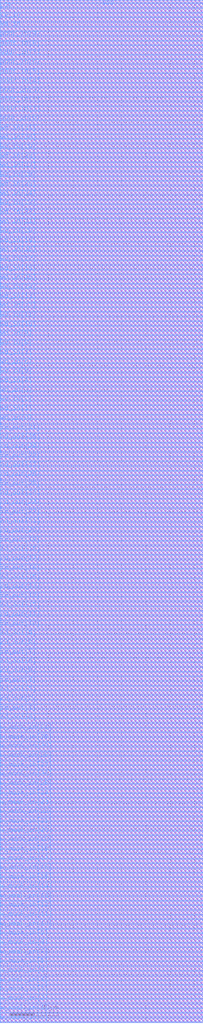
<source format=lef>
# Generated by FakeRAM 2.0
VERSION 5.7 ;
BUSBITCHARS "[]" ;
PROPERTYDEFINITIONS
  MACRO width INTEGER ;
  MACRO depth INTEGER ;
  MACRO banks INTEGER ;
END PROPERTYDEFINITIONS
MACRO fakeram7_sp_1024x32
  PROPERTY width 32 ;
  PROPERTY depth 1024 ;
  PROPERTY banks 4 ;
  FOREIGN fakeram7_sp_1024x32 0 0 ;
  SYMMETRY X Y ;
  SIZE 16.720 BY 84.000 ;
  CLASS BLOCK ;
  PIN w_mask_in[0]
    DIRECTION INPUT ;
    USE SIGNAL ;
    SHAPE ABUTMENT ;
    PORT
      LAYER M4 ;
      RECT 0.000 0.048 0.024 0.072 ;
    END
  END w_mask_in[0]
  PIN w_mask_in[1]
    DIRECTION INPUT ;
    USE SIGNAL ;
    SHAPE ABUTMENT ;
    PORT
      LAYER M4 ;
      RECT 0.000 0.816 0.024 0.840 ;
    END
  END w_mask_in[1]
  PIN w_mask_in[2]
    DIRECTION INPUT ;
    USE SIGNAL ;
    SHAPE ABUTMENT ;
    PORT
      LAYER M4 ;
      RECT 0.000 1.584 0.024 1.608 ;
    END
  END w_mask_in[2]
  PIN w_mask_in[3]
    DIRECTION INPUT ;
    USE SIGNAL ;
    SHAPE ABUTMENT ;
    PORT
      LAYER M4 ;
      RECT 0.000 2.352 0.024 2.376 ;
    END
  END w_mask_in[3]
  PIN w_mask_in[4]
    DIRECTION INPUT ;
    USE SIGNAL ;
    SHAPE ABUTMENT ;
    PORT
      LAYER M4 ;
      RECT 0.000 3.120 0.024 3.144 ;
    END
  END w_mask_in[4]
  PIN w_mask_in[5]
    DIRECTION INPUT ;
    USE SIGNAL ;
    SHAPE ABUTMENT ;
    PORT
      LAYER M4 ;
      RECT 0.000 3.888 0.024 3.912 ;
    END
  END w_mask_in[5]
  PIN w_mask_in[6]
    DIRECTION INPUT ;
    USE SIGNAL ;
    SHAPE ABUTMENT ;
    PORT
      LAYER M4 ;
      RECT 0.000 4.656 0.024 4.680 ;
    END
  END w_mask_in[6]
  PIN w_mask_in[7]
    DIRECTION INPUT ;
    USE SIGNAL ;
    SHAPE ABUTMENT ;
    PORT
      LAYER M4 ;
      RECT 0.000 5.424 0.024 5.448 ;
    END
  END w_mask_in[7]
  PIN w_mask_in[8]
    DIRECTION INPUT ;
    USE SIGNAL ;
    SHAPE ABUTMENT ;
    PORT
      LAYER M4 ;
      RECT 0.000 6.192 0.024 6.216 ;
    END
  END w_mask_in[8]
  PIN w_mask_in[9]
    DIRECTION INPUT ;
    USE SIGNAL ;
    SHAPE ABUTMENT ;
    PORT
      LAYER M4 ;
      RECT 0.000 6.960 0.024 6.984 ;
    END
  END w_mask_in[9]
  PIN w_mask_in[10]
    DIRECTION INPUT ;
    USE SIGNAL ;
    SHAPE ABUTMENT ;
    PORT
      LAYER M4 ;
      RECT 0.000 7.728 0.024 7.752 ;
    END
  END w_mask_in[10]
  PIN w_mask_in[11]
    DIRECTION INPUT ;
    USE SIGNAL ;
    SHAPE ABUTMENT ;
    PORT
      LAYER M4 ;
      RECT 0.000 8.496 0.024 8.520 ;
    END
  END w_mask_in[11]
  PIN w_mask_in[12]
    DIRECTION INPUT ;
    USE SIGNAL ;
    SHAPE ABUTMENT ;
    PORT
      LAYER M4 ;
      RECT 0.000 9.264 0.024 9.288 ;
    END
  END w_mask_in[12]
  PIN w_mask_in[13]
    DIRECTION INPUT ;
    USE SIGNAL ;
    SHAPE ABUTMENT ;
    PORT
      LAYER M4 ;
      RECT 0.000 10.032 0.024 10.056 ;
    END
  END w_mask_in[13]
  PIN w_mask_in[14]
    DIRECTION INPUT ;
    USE SIGNAL ;
    SHAPE ABUTMENT ;
    PORT
      LAYER M4 ;
      RECT 0.000 10.800 0.024 10.824 ;
    END
  END w_mask_in[14]
  PIN w_mask_in[15]
    DIRECTION INPUT ;
    USE SIGNAL ;
    SHAPE ABUTMENT ;
    PORT
      LAYER M4 ;
      RECT 0.000 11.568 0.024 11.592 ;
    END
  END w_mask_in[15]
  PIN w_mask_in[16]
    DIRECTION INPUT ;
    USE SIGNAL ;
    SHAPE ABUTMENT ;
    PORT
      LAYER M4 ;
      RECT 0.000 12.336 0.024 12.360 ;
    END
  END w_mask_in[16]
  PIN w_mask_in[17]
    DIRECTION INPUT ;
    USE SIGNAL ;
    SHAPE ABUTMENT ;
    PORT
      LAYER M4 ;
      RECT 0.000 13.104 0.024 13.128 ;
    END
  END w_mask_in[17]
  PIN w_mask_in[18]
    DIRECTION INPUT ;
    USE SIGNAL ;
    SHAPE ABUTMENT ;
    PORT
      LAYER M4 ;
      RECT 0.000 13.872 0.024 13.896 ;
    END
  END w_mask_in[18]
  PIN w_mask_in[19]
    DIRECTION INPUT ;
    USE SIGNAL ;
    SHAPE ABUTMENT ;
    PORT
      LAYER M4 ;
      RECT 0.000 14.640 0.024 14.664 ;
    END
  END w_mask_in[19]
  PIN w_mask_in[20]
    DIRECTION INPUT ;
    USE SIGNAL ;
    SHAPE ABUTMENT ;
    PORT
      LAYER M4 ;
      RECT 0.000 15.408 0.024 15.432 ;
    END
  END w_mask_in[20]
  PIN w_mask_in[21]
    DIRECTION INPUT ;
    USE SIGNAL ;
    SHAPE ABUTMENT ;
    PORT
      LAYER M4 ;
      RECT 0.000 16.176 0.024 16.200 ;
    END
  END w_mask_in[21]
  PIN w_mask_in[22]
    DIRECTION INPUT ;
    USE SIGNAL ;
    SHAPE ABUTMENT ;
    PORT
      LAYER M4 ;
      RECT 0.000 16.944 0.024 16.968 ;
    END
  END w_mask_in[22]
  PIN w_mask_in[23]
    DIRECTION INPUT ;
    USE SIGNAL ;
    SHAPE ABUTMENT ;
    PORT
      LAYER M4 ;
      RECT 0.000 17.712 0.024 17.736 ;
    END
  END w_mask_in[23]
  PIN w_mask_in[24]
    DIRECTION INPUT ;
    USE SIGNAL ;
    SHAPE ABUTMENT ;
    PORT
      LAYER M4 ;
      RECT 0.000 18.480 0.024 18.504 ;
    END
  END w_mask_in[24]
  PIN w_mask_in[25]
    DIRECTION INPUT ;
    USE SIGNAL ;
    SHAPE ABUTMENT ;
    PORT
      LAYER M4 ;
      RECT 0.000 19.248 0.024 19.272 ;
    END
  END w_mask_in[25]
  PIN w_mask_in[26]
    DIRECTION INPUT ;
    USE SIGNAL ;
    SHAPE ABUTMENT ;
    PORT
      LAYER M4 ;
      RECT 0.000 20.016 0.024 20.040 ;
    END
  END w_mask_in[26]
  PIN w_mask_in[27]
    DIRECTION INPUT ;
    USE SIGNAL ;
    SHAPE ABUTMENT ;
    PORT
      LAYER M4 ;
      RECT 0.000 20.784 0.024 20.808 ;
    END
  END w_mask_in[27]
  PIN w_mask_in[28]
    DIRECTION INPUT ;
    USE SIGNAL ;
    SHAPE ABUTMENT ;
    PORT
      LAYER M4 ;
      RECT 0.000 21.552 0.024 21.576 ;
    END
  END w_mask_in[28]
  PIN w_mask_in[29]
    DIRECTION INPUT ;
    USE SIGNAL ;
    SHAPE ABUTMENT ;
    PORT
      LAYER M4 ;
      RECT 0.000 22.320 0.024 22.344 ;
    END
  END w_mask_in[29]
  PIN w_mask_in[30]
    DIRECTION INPUT ;
    USE SIGNAL ;
    SHAPE ABUTMENT ;
    PORT
      LAYER M4 ;
      RECT 0.000 23.088 0.024 23.112 ;
    END
  END w_mask_in[30]
  PIN w_mask_in[31]
    DIRECTION INPUT ;
    USE SIGNAL ;
    SHAPE ABUTMENT ;
    PORT
      LAYER M4 ;
      RECT 0.000 23.856 0.024 23.880 ;
    END
  END w_mask_in[31]
  PIN rd_out[0]
    DIRECTION OUTPUT ;
    USE SIGNAL ;
    SHAPE ABUTMENT ;
    PORT
      LAYER M4 ;
      RECT 0.000 24.672 0.024 24.696 ;
    END
  END rd_out[0]
  PIN rd_out[1]
    DIRECTION OUTPUT ;
    USE SIGNAL ;
    SHAPE ABUTMENT ;
    PORT
      LAYER M4 ;
      RECT 0.000 25.440 0.024 25.464 ;
    END
  END rd_out[1]
  PIN rd_out[2]
    DIRECTION OUTPUT ;
    USE SIGNAL ;
    SHAPE ABUTMENT ;
    PORT
      LAYER M4 ;
      RECT 0.000 26.208 0.024 26.232 ;
    END
  END rd_out[2]
  PIN rd_out[3]
    DIRECTION OUTPUT ;
    USE SIGNAL ;
    SHAPE ABUTMENT ;
    PORT
      LAYER M4 ;
      RECT 0.000 26.976 0.024 27.000 ;
    END
  END rd_out[3]
  PIN rd_out[4]
    DIRECTION OUTPUT ;
    USE SIGNAL ;
    SHAPE ABUTMENT ;
    PORT
      LAYER M4 ;
      RECT 0.000 27.744 0.024 27.768 ;
    END
  END rd_out[4]
  PIN rd_out[5]
    DIRECTION OUTPUT ;
    USE SIGNAL ;
    SHAPE ABUTMENT ;
    PORT
      LAYER M4 ;
      RECT 0.000 28.512 0.024 28.536 ;
    END
  END rd_out[5]
  PIN rd_out[6]
    DIRECTION OUTPUT ;
    USE SIGNAL ;
    SHAPE ABUTMENT ;
    PORT
      LAYER M4 ;
      RECT 0.000 29.280 0.024 29.304 ;
    END
  END rd_out[6]
  PIN rd_out[7]
    DIRECTION OUTPUT ;
    USE SIGNAL ;
    SHAPE ABUTMENT ;
    PORT
      LAYER M4 ;
      RECT 0.000 30.048 0.024 30.072 ;
    END
  END rd_out[7]
  PIN rd_out[8]
    DIRECTION OUTPUT ;
    USE SIGNAL ;
    SHAPE ABUTMENT ;
    PORT
      LAYER M4 ;
      RECT 0.000 30.816 0.024 30.840 ;
    END
  END rd_out[8]
  PIN rd_out[9]
    DIRECTION OUTPUT ;
    USE SIGNAL ;
    SHAPE ABUTMENT ;
    PORT
      LAYER M4 ;
      RECT 0.000 31.584 0.024 31.608 ;
    END
  END rd_out[9]
  PIN rd_out[10]
    DIRECTION OUTPUT ;
    USE SIGNAL ;
    SHAPE ABUTMENT ;
    PORT
      LAYER M4 ;
      RECT 0.000 32.352 0.024 32.376 ;
    END
  END rd_out[10]
  PIN rd_out[11]
    DIRECTION OUTPUT ;
    USE SIGNAL ;
    SHAPE ABUTMENT ;
    PORT
      LAYER M4 ;
      RECT 0.000 33.120 0.024 33.144 ;
    END
  END rd_out[11]
  PIN rd_out[12]
    DIRECTION OUTPUT ;
    USE SIGNAL ;
    SHAPE ABUTMENT ;
    PORT
      LAYER M4 ;
      RECT 0.000 33.888 0.024 33.912 ;
    END
  END rd_out[12]
  PIN rd_out[13]
    DIRECTION OUTPUT ;
    USE SIGNAL ;
    SHAPE ABUTMENT ;
    PORT
      LAYER M4 ;
      RECT 0.000 34.656 0.024 34.680 ;
    END
  END rd_out[13]
  PIN rd_out[14]
    DIRECTION OUTPUT ;
    USE SIGNAL ;
    SHAPE ABUTMENT ;
    PORT
      LAYER M4 ;
      RECT 0.000 35.424 0.024 35.448 ;
    END
  END rd_out[14]
  PIN rd_out[15]
    DIRECTION OUTPUT ;
    USE SIGNAL ;
    SHAPE ABUTMENT ;
    PORT
      LAYER M4 ;
      RECT 0.000 36.192 0.024 36.216 ;
    END
  END rd_out[15]
  PIN rd_out[16]
    DIRECTION OUTPUT ;
    USE SIGNAL ;
    SHAPE ABUTMENT ;
    PORT
      LAYER M4 ;
      RECT 0.000 36.960 0.024 36.984 ;
    END
  END rd_out[16]
  PIN rd_out[17]
    DIRECTION OUTPUT ;
    USE SIGNAL ;
    SHAPE ABUTMENT ;
    PORT
      LAYER M4 ;
      RECT 0.000 37.728 0.024 37.752 ;
    END
  END rd_out[17]
  PIN rd_out[18]
    DIRECTION OUTPUT ;
    USE SIGNAL ;
    SHAPE ABUTMENT ;
    PORT
      LAYER M4 ;
      RECT 0.000 38.496 0.024 38.520 ;
    END
  END rd_out[18]
  PIN rd_out[19]
    DIRECTION OUTPUT ;
    USE SIGNAL ;
    SHAPE ABUTMENT ;
    PORT
      LAYER M4 ;
      RECT 0.000 39.264 0.024 39.288 ;
    END
  END rd_out[19]
  PIN rd_out[20]
    DIRECTION OUTPUT ;
    USE SIGNAL ;
    SHAPE ABUTMENT ;
    PORT
      LAYER M4 ;
      RECT 0.000 40.032 0.024 40.056 ;
    END
  END rd_out[20]
  PIN rd_out[21]
    DIRECTION OUTPUT ;
    USE SIGNAL ;
    SHAPE ABUTMENT ;
    PORT
      LAYER M4 ;
      RECT 0.000 40.800 0.024 40.824 ;
    END
  END rd_out[21]
  PIN rd_out[22]
    DIRECTION OUTPUT ;
    USE SIGNAL ;
    SHAPE ABUTMENT ;
    PORT
      LAYER M4 ;
      RECT 0.000 41.568 0.024 41.592 ;
    END
  END rd_out[22]
  PIN rd_out[23]
    DIRECTION OUTPUT ;
    USE SIGNAL ;
    SHAPE ABUTMENT ;
    PORT
      LAYER M4 ;
      RECT 0.000 42.336 0.024 42.360 ;
    END
  END rd_out[23]
  PIN rd_out[24]
    DIRECTION OUTPUT ;
    USE SIGNAL ;
    SHAPE ABUTMENT ;
    PORT
      LAYER M4 ;
      RECT 0.000 43.104 0.024 43.128 ;
    END
  END rd_out[24]
  PIN rd_out[25]
    DIRECTION OUTPUT ;
    USE SIGNAL ;
    SHAPE ABUTMENT ;
    PORT
      LAYER M4 ;
      RECT 0.000 43.872 0.024 43.896 ;
    END
  END rd_out[25]
  PIN rd_out[26]
    DIRECTION OUTPUT ;
    USE SIGNAL ;
    SHAPE ABUTMENT ;
    PORT
      LAYER M4 ;
      RECT 0.000 44.640 0.024 44.664 ;
    END
  END rd_out[26]
  PIN rd_out[27]
    DIRECTION OUTPUT ;
    USE SIGNAL ;
    SHAPE ABUTMENT ;
    PORT
      LAYER M4 ;
      RECT 0.000 45.408 0.024 45.432 ;
    END
  END rd_out[27]
  PIN rd_out[28]
    DIRECTION OUTPUT ;
    USE SIGNAL ;
    SHAPE ABUTMENT ;
    PORT
      LAYER M4 ;
      RECT 0.000 46.176 0.024 46.200 ;
    END
  END rd_out[28]
  PIN rd_out[29]
    DIRECTION OUTPUT ;
    USE SIGNAL ;
    SHAPE ABUTMENT ;
    PORT
      LAYER M4 ;
      RECT 0.000 46.944 0.024 46.968 ;
    END
  END rd_out[29]
  PIN rd_out[30]
    DIRECTION OUTPUT ;
    USE SIGNAL ;
    SHAPE ABUTMENT ;
    PORT
      LAYER M4 ;
      RECT 0.000 47.712 0.024 47.736 ;
    END
  END rd_out[30]
  PIN rd_out[31]
    DIRECTION OUTPUT ;
    USE SIGNAL ;
    SHAPE ABUTMENT ;
    PORT
      LAYER M4 ;
      RECT 0.000 48.480 0.024 48.504 ;
    END
  END rd_out[31]
  PIN wd_in[0]
    DIRECTION INPUT ;
    USE SIGNAL ;
    SHAPE ABUTMENT ;
    PORT
      LAYER M4 ;
      RECT 0.000 49.296 0.024 49.320 ;
    END
  END wd_in[0]
  PIN wd_in[1]
    DIRECTION INPUT ;
    USE SIGNAL ;
    SHAPE ABUTMENT ;
    PORT
      LAYER M4 ;
      RECT 0.000 50.064 0.024 50.088 ;
    END
  END wd_in[1]
  PIN wd_in[2]
    DIRECTION INPUT ;
    USE SIGNAL ;
    SHAPE ABUTMENT ;
    PORT
      LAYER M4 ;
      RECT 0.000 50.832 0.024 50.856 ;
    END
  END wd_in[2]
  PIN wd_in[3]
    DIRECTION INPUT ;
    USE SIGNAL ;
    SHAPE ABUTMENT ;
    PORT
      LAYER M4 ;
      RECT 0.000 51.600 0.024 51.624 ;
    END
  END wd_in[3]
  PIN wd_in[4]
    DIRECTION INPUT ;
    USE SIGNAL ;
    SHAPE ABUTMENT ;
    PORT
      LAYER M4 ;
      RECT 0.000 52.368 0.024 52.392 ;
    END
  END wd_in[4]
  PIN wd_in[5]
    DIRECTION INPUT ;
    USE SIGNAL ;
    SHAPE ABUTMENT ;
    PORT
      LAYER M4 ;
      RECT 0.000 53.136 0.024 53.160 ;
    END
  END wd_in[5]
  PIN wd_in[6]
    DIRECTION INPUT ;
    USE SIGNAL ;
    SHAPE ABUTMENT ;
    PORT
      LAYER M4 ;
      RECT 0.000 53.904 0.024 53.928 ;
    END
  END wd_in[6]
  PIN wd_in[7]
    DIRECTION INPUT ;
    USE SIGNAL ;
    SHAPE ABUTMENT ;
    PORT
      LAYER M4 ;
      RECT 0.000 54.672 0.024 54.696 ;
    END
  END wd_in[7]
  PIN wd_in[8]
    DIRECTION INPUT ;
    USE SIGNAL ;
    SHAPE ABUTMENT ;
    PORT
      LAYER M4 ;
      RECT 0.000 55.440 0.024 55.464 ;
    END
  END wd_in[8]
  PIN wd_in[9]
    DIRECTION INPUT ;
    USE SIGNAL ;
    SHAPE ABUTMENT ;
    PORT
      LAYER M4 ;
      RECT 0.000 56.208 0.024 56.232 ;
    END
  END wd_in[9]
  PIN wd_in[10]
    DIRECTION INPUT ;
    USE SIGNAL ;
    SHAPE ABUTMENT ;
    PORT
      LAYER M4 ;
      RECT 0.000 56.976 0.024 57.000 ;
    END
  END wd_in[10]
  PIN wd_in[11]
    DIRECTION INPUT ;
    USE SIGNAL ;
    SHAPE ABUTMENT ;
    PORT
      LAYER M4 ;
      RECT 0.000 57.744 0.024 57.768 ;
    END
  END wd_in[11]
  PIN wd_in[12]
    DIRECTION INPUT ;
    USE SIGNAL ;
    SHAPE ABUTMENT ;
    PORT
      LAYER M4 ;
      RECT 0.000 58.512 0.024 58.536 ;
    END
  END wd_in[12]
  PIN wd_in[13]
    DIRECTION INPUT ;
    USE SIGNAL ;
    SHAPE ABUTMENT ;
    PORT
      LAYER M4 ;
      RECT 0.000 59.280 0.024 59.304 ;
    END
  END wd_in[13]
  PIN wd_in[14]
    DIRECTION INPUT ;
    USE SIGNAL ;
    SHAPE ABUTMENT ;
    PORT
      LAYER M4 ;
      RECT 0.000 60.048 0.024 60.072 ;
    END
  END wd_in[14]
  PIN wd_in[15]
    DIRECTION INPUT ;
    USE SIGNAL ;
    SHAPE ABUTMENT ;
    PORT
      LAYER M4 ;
      RECT 0.000 60.816 0.024 60.840 ;
    END
  END wd_in[15]
  PIN wd_in[16]
    DIRECTION INPUT ;
    USE SIGNAL ;
    SHAPE ABUTMENT ;
    PORT
      LAYER M4 ;
      RECT 0.000 61.584 0.024 61.608 ;
    END
  END wd_in[16]
  PIN wd_in[17]
    DIRECTION INPUT ;
    USE SIGNAL ;
    SHAPE ABUTMENT ;
    PORT
      LAYER M4 ;
      RECT 0.000 62.352 0.024 62.376 ;
    END
  END wd_in[17]
  PIN wd_in[18]
    DIRECTION INPUT ;
    USE SIGNAL ;
    SHAPE ABUTMENT ;
    PORT
      LAYER M4 ;
      RECT 0.000 63.120 0.024 63.144 ;
    END
  END wd_in[18]
  PIN wd_in[19]
    DIRECTION INPUT ;
    USE SIGNAL ;
    SHAPE ABUTMENT ;
    PORT
      LAYER M4 ;
      RECT 0.000 63.888 0.024 63.912 ;
    END
  END wd_in[19]
  PIN wd_in[20]
    DIRECTION INPUT ;
    USE SIGNAL ;
    SHAPE ABUTMENT ;
    PORT
      LAYER M4 ;
      RECT 0.000 64.656 0.024 64.680 ;
    END
  END wd_in[20]
  PIN wd_in[21]
    DIRECTION INPUT ;
    USE SIGNAL ;
    SHAPE ABUTMENT ;
    PORT
      LAYER M4 ;
      RECT 0.000 65.424 0.024 65.448 ;
    END
  END wd_in[21]
  PIN wd_in[22]
    DIRECTION INPUT ;
    USE SIGNAL ;
    SHAPE ABUTMENT ;
    PORT
      LAYER M4 ;
      RECT 0.000 66.192 0.024 66.216 ;
    END
  END wd_in[22]
  PIN wd_in[23]
    DIRECTION INPUT ;
    USE SIGNAL ;
    SHAPE ABUTMENT ;
    PORT
      LAYER M4 ;
      RECT 0.000 66.960 0.024 66.984 ;
    END
  END wd_in[23]
  PIN wd_in[24]
    DIRECTION INPUT ;
    USE SIGNAL ;
    SHAPE ABUTMENT ;
    PORT
      LAYER M4 ;
      RECT 0.000 67.728 0.024 67.752 ;
    END
  END wd_in[24]
  PIN wd_in[25]
    DIRECTION INPUT ;
    USE SIGNAL ;
    SHAPE ABUTMENT ;
    PORT
      LAYER M4 ;
      RECT 0.000 68.496 0.024 68.520 ;
    END
  END wd_in[25]
  PIN wd_in[26]
    DIRECTION INPUT ;
    USE SIGNAL ;
    SHAPE ABUTMENT ;
    PORT
      LAYER M4 ;
      RECT 0.000 69.264 0.024 69.288 ;
    END
  END wd_in[26]
  PIN wd_in[27]
    DIRECTION INPUT ;
    USE SIGNAL ;
    SHAPE ABUTMENT ;
    PORT
      LAYER M4 ;
      RECT 0.000 70.032 0.024 70.056 ;
    END
  END wd_in[27]
  PIN wd_in[28]
    DIRECTION INPUT ;
    USE SIGNAL ;
    SHAPE ABUTMENT ;
    PORT
      LAYER M4 ;
      RECT 0.000 70.800 0.024 70.824 ;
    END
  END wd_in[28]
  PIN wd_in[29]
    DIRECTION INPUT ;
    USE SIGNAL ;
    SHAPE ABUTMENT ;
    PORT
      LAYER M4 ;
      RECT 0.000 71.568 0.024 71.592 ;
    END
  END wd_in[29]
  PIN wd_in[30]
    DIRECTION INPUT ;
    USE SIGNAL ;
    SHAPE ABUTMENT ;
    PORT
      LAYER M4 ;
      RECT 0.000 72.336 0.024 72.360 ;
    END
  END wd_in[30]
  PIN wd_in[31]
    DIRECTION INPUT ;
    USE SIGNAL ;
    SHAPE ABUTMENT ;
    PORT
      LAYER M4 ;
      RECT 0.000 73.104 0.024 73.128 ;
    END
  END wd_in[31]
  PIN addr_in[0]
    DIRECTION INPUT ;
    USE SIGNAL ;
    SHAPE ABUTMENT ;
    PORT
      LAYER M4 ;
      RECT 0.000 73.920 0.024 73.944 ;
    END
  END addr_in[0]
  PIN addr_in[1]
    DIRECTION INPUT ;
    USE SIGNAL ;
    SHAPE ABUTMENT ;
    PORT
      LAYER M4 ;
      RECT 0.000 74.688 0.024 74.712 ;
    END
  END addr_in[1]
  PIN addr_in[2]
    DIRECTION INPUT ;
    USE SIGNAL ;
    SHAPE ABUTMENT ;
    PORT
      LAYER M4 ;
      RECT 0.000 75.456 0.024 75.480 ;
    END
  END addr_in[2]
  PIN addr_in[3]
    DIRECTION INPUT ;
    USE SIGNAL ;
    SHAPE ABUTMENT ;
    PORT
      LAYER M4 ;
      RECT 0.000 76.224 0.024 76.248 ;
    END
  END addr_in[3]
  PIN addr_in[4]
    DIRECTION INPUT ;
    USE SIGNAL ;
    SHAPE ABUTMENT ;
    PORT
      LAYER M4 ;
      RECT 0.000 76.992 0.024 77.016 ;
    END
  END addr_in[4]
  PIN addr_in[5]
    DIRECTION INPUT ;
    USE SIGNAL ;
    SHAPE ABUTMENT ;
    PORT
      LAYER M4 ;
      RECT 0.000 77.760 0.024 77.784 ;
    END
  END addr_in[5]
  PIN addr_in[6]
    DIRECTION INPUT ;
    USE SIGNAL ;
    SHAPE ABUTMENT ;
    PORT
      LAYER M4 ;
      RECT 0.000 78.528 0.024 78.552 ;
    END
  END addr_in[6]
  PIN addr_in[7]
    DIRECTION INPUT ;
    USE SIGNAL ;
    SHAPE ABUTMENT ;
    PORT
      LAYER M4 ;
      RECT 0.000 79.296 0.024 79.320 ;
    END
  END addr_in[7]
  PIN addr_in[8]
    DIRECTION INPUT ;
    USE SIGNAL ;
    SHAPE ABUTMENT ;
    PORT
      LAYER M4 ;
      RECT 0.000 80.064 0.024 80.088 ;
    END
  END addr_in[8]
  PIN addr_in[9]
    DIRECTION INPUT ;
    USE SIGNAL ;
    SHAPE ABUTMENT ;
    PORT
      LAYER M4 ;
      RECT 0.000 80.832 0.024 80.856 ;
    END
  END addr_in[9]
  PIN we_in
    DIRECTION INPUT ;
    USE SIGNAL ;
    SHAPE ABUTMENT ;
    PORT
      LAYER M4 ;
      RECT 0.000 81.648 0.024 81.672 ;
    END
  END we_in
  PIN ce_in
    DIRECTION INPUT ;
    USE SIGNAL ;
    SHAPE ABUTMENT ;
    PORT
      LAYER M4 ;
      RECT 0.000 82.416 0.024 82.440 ;
    END
  END ce_in
  PIN clk
    DIRECTION INPUT ;
    USE SIGNAL ;
    SHAPE ABUTMENT ;
    PORT
      LAYER M4 ;
      RECT 0.000 83.184 0.024 83.208 ;
    END
  END clk
  PIN VSS
    DIRECTION INOUT ;
    USE GROUND ;
    PORT
      LAYER M4 ;
      RECT 0.048 0.000 16.672 0.096 ;
      RECT 0.048 0.768 16.672 0.864 ;
      RECT 0.048 1.536 16.672 1.632 ;
      RECT 0.048 2.304 16.672 2.400 ;
      RECT 0.048 3.072 16.672 3.168 ;
      RECT 0.048 3.840 16.672 3.936 ;
      RECT 0.048 4.608 16.672 4.704 ;
      RECT 0.048 5.376 16.672 5.472 ;
      RECT 0.048 6.144 16.672 6.240 ;
      RECT 0.048 6.912 16.672 7.008 ;
      RECT 0.048 7.680 16.672 7.776 ;
      RECT 0.048 8.448 16.672 8.544 ;
      RECT 0.048 9.216 16.672 9.312 ;
      RECT 0.048 9.984 16.672 10.080 ;
      RECT 0.048 10.752 16.672 10.848 ;
      RECT 0.048 11.520 16.672 11.616 ;
      RECT 0.048 12.288 16.672 12.384 ;
      RECT 0.048 13.056 16.672 13.152 ;
      RECT 0.048 13.824 16.672 13.920 ;
      RECT 0.048 14.592 16.672 14.688 ;
      RECT 0.048 15.360 16.672 15.456 ;
      RECT 0.048 16.128 16.672 16.224 ;
      RECT 0.048 16.896 16.672 16.992 ;
      RECT 0.048 17.664 16.672 17.760 ;
      RECT 0.048 18.432 16.672 18.528 ;
      RECT 0.048 19.200 16.672 19.296 ;
      RECT 0.048 19.968 16.672 20.064 ;
      RECT 0.048 20.736 16.672 20.832 ;
      RECT 0.048 21.504 16.672 21.600 ;
      RECT 0.048 22.272 16.672 22.368 ;
      RECT 0.048 23.040 16.672 23.136 ;
      RECT 0.048 23.808 16.672 23.904 ;
      RECT 0.048 24.576 16.672 24.672 ;
      RECT 0.048 25.344 16.672 25.440 ;
      RECT 0.048 26.112 16.672 26.208 ;
      RECT 0.048 26.880 16.672 26.976 ;
      RECT 0.048 27.648 16.672 27.744 ;
      RECT 0.048 28.416 16.672 28.512 ;
      RECT 0.048 29.184 16.672 29.280 ;
      RECT 0.048 29.952 16.672 30.048 ;
      RECT 0.048 30.720 16.672 30.816 ;
      RECT 0.048 31.488 16.672 31.584 ;
      RECT 0.048 32.256 16.672 32.352 ;
      RECT 0.048 33.024 16.672 33.120 ;
      RECT 0.048 33.792 16.672 33.888 ;
      RECT 0.048 34.560 16.672 34.656 ;
      RECT 0.048 35.328 16.672 35.424 ;
      RECT 0.048 36.096 16.672 36.192 ;
      RECT 0.048 36.864 16.672 36.960 ;
      RECT 0.048 37.632 16.672 37.728 ;
      RECT 0.048 38.400 16.672 38.496 ;
      RECT 0.048 39.168 16.672 39.264 ;
      RECT 0.048 39.936 16.672 40.032 ;
      RECT 0.048 40.704 16.672 40.800 ;
      RECT 0.048 41.472 16.672 41.568 ;
      RECT 0.048 42.240 16.672 42.336 ;
      RECT 0.048 43.008 16.672 43.104 ;
      RECT 0.048 43.776 16.672 43.872 ;
      RECT 0.048 44.544 16.672 44.640 ;
      RECT 0.048 45.312 16.672 45.408 ;
      RECT 0.048 46.080 16.672 46.176 ;
      RECT 0.048 46.848 16.672 46.944 ;
      RECT 0.048 47.616 16.672 47.712 ;
      RECT 0.048 48.384 16.672 48.480 ;
      RECT 0.048 49.152 16.672 49.248 ;
      RECT 0.048 49.920 16.672 50.016 ;
      RECT 0.048 50.688 16.672 50.784 ;
      RECT 0.048 51.456 16.672 51.552 ;
      RECT 0.048 52.224 16.672 52.320 ;
      RECT 0.048 52.992 16.672 53.088 ;
      RECT 0.048 53.760 16.672 53.856 ;
      RECT 0.048 54.528 16.672 54.624 ;
      RECT 0.048 55.296 16.672 55.392 ;
      RECT 0.048 56.064 16.672 56.160 ;
      RECT 0.048 56.832 16.672 56.928 ;
      RECT 0.048 57.600 16.672 57.696 ;
      RECT 0.048 58.368 16.672 58.464 ;
      RECT 0.048 59.136 16.672 59.232 ;
      RECT 0.048 59.904 16.672 60.000 ;
      RECT 0.048 60.672 16.672 60.768 ;
      RECT 0.048 61.440 16.672 61.536 ;
      RECT 0.048 62.208 16.672 62.304 ;
      RECT 0.048 62.976 16.672 63.072 ;
      RECT 0.048 63.744 16.672 63.840 ;
      RECT 0.048 64.512 16.672 64.608 ;
      RECT 0.048 65.280 16.672 65.376 ;
      RECT 0.048 66.048 16.672 66.144 ;
      RECT 0.048 66.816 16.672 66.912 ;
      RECT 0.048 67.584 16.672 67.680 ;
      RECT 0.048 68.352 16.672 68.448 ;
      RECT 0.048 69.120 16.672 69.216 ;
      RECT 0.048 69.888 16.672 69.984 ;
      RECT 0.048 70.656 16.672 70.752 ;
      RECT 0.048 71.424 16.672 71.520 ;
      RECT 0.048 72.192 16.672 72.288 ;
      RECT 0.048 72.960 16.672 73.056 ;
      RECT 0.048 73.728 16.672 73.824 ;
      RECT 0.048 74.496 16.672 74.592 ;
      RECT 0.048 75.264 16.672 75.360 ;
      RECT 0.048 76.032 16.672 76.128 ;
      RECT 0.048 76.800 16.672 76.896 ;
      RECT 0.048 77.568 16.672 77.664 ;
      RECT 0.048 78.336 16.672 78.432 ;
      RECT 0.048 79.104 16.672 79.200 ;
      RECT 0.048 79.872 16.672 79.968 ;
      RECT 0.048 80.640 16.672 80.736 ;
      RECT 0.048 81.408 16.672 81.504 ;
      RECT 0.048 82.176 16.672 82.272 ;
      RECT 0.048 82.944 16.672 83.040 ;
      RECT 0.048 83.712 16.672 83.808 ;
    END
  END VSS
  PIN VDD
    DIRECTION INOUT ;
    USE POWER ;
    PORT
      LAYER M4 ;
      RECT 0.048 0.384 16.672 0.480 ;
      RECT 0.048 1.152 16.672 1.248 ;
      RECT 0.048 1.920 16.672 2.016 ;
      RECT 0.048 2.688 16.672 2.784 ;
      RECT 0.048 3.456 16.672 3.552 ;
      RECT 0.048 4.224 16.672 4.320 ;
      RECT 0.048 4.992 16.672 5.088 ;
      RECT 0.048 5.760 16.672 5.856 ;
      RECT 0.048 6.528 16.672 6.624 ;
      RECT 0.048 7.296 16.672 7.392 ;
      RECT 0.048 8.064 16.672 8.160 ;
      RECT 0.048 8.832 16.672 8.928 ;
      RECT 0.048 9.600 16.672 9.696 ;
      RECT 0.048 10.368 16.672 10.464 ;
      RECT 0.048 11.136 16.672 11.232 ;
      RECT 0.048 11.904 16.672 12.000 ;
      RECT 0.048 12.672 16.672 12.768 ;
      RECT 0.048 13.440 16.672 13.536 ;
      RECT 0.048 14.208 16.672 14.304 ;
      RECT 0.048 14.976 16.672 15.072 ;
      RECT 0.048 15.744 16.672 15.840 ;
      RECT 0.048 16.512 16.672 16.608 ;
      RECT 0.048 17.280 16.672 17.376 ;
      RECT 0.048 18.048 16.672 18.144 ;
      RECT 0.048 18.816 16.672 18.912 ;
      RECT 0.048 19.584 16.672 19.680 ;
      RECT 0.048 20.352 16.672 20.448 ;
      RECT 0.048 21.120 16.672 21.216 ;
      RECT 0.048 21.888 16.672 21.984 ;
      RECT 0.048 22.656 16.672 22.752 ;
      RECT 0.048 23.424 16.672 23.520 ;
      RECT 0.048 24.192 16.672 24.288 ;
      RECT 0.048 24.960 16.672 25.056 ;
      RECT 0.048 25.728 16.672 25.824 ;
      RECT 0.048 26.496 16.672 26.592 ;
      RECT 0.048 27.264 16.672 27.360 ;
      RECT 0.048 28.032 16.672 28.128 ;
      RECT 0.048 28.800 16.672 28.896 ;
      RECT 0.048 29.568 16.672 29.664 ;
      RECT 0.048 30.336 16.672 30.432 ;
      RECT 0.048 31.104 16.672 31.200 ;
      RECT 0.048 31.872 16.672 31.968 ;
      RECT 0.048 32.640 16.672 32.736 ;
      RECT 0.048 33.408 16.672 33.504 ;
      RECT 0.048 34.176 16.672 34.272 ;
      RECT 0.048 34.944 16.672 35.040 ;
      RECT 0.048 35.712 16.672 35.808 ;
      RECT 0.048 36.480 16.672 36.576 ;
      RECT 0.048 37.248 16.672 37.344 ;
      RECT 0.048 38.016 16.672 38.112 ;
      RECT 0.048 38.784 16.672 38.880 ;
      RECT 0.048 39.552 16.672 39.648 ;
      RECT 0.048 40.320 16.672 40.416 ;
      RECT 0.048 41.088 16.672 41.184 ;
      RECT 0.048 41.856 16.672 41.952 ;
      RECT 0.048 42.624 16.672 42.720 ;
      RECT 0.048 43.392 16.672 43.488 ;
      RECT 0.048 44.160 16.672 44.256 ;
      RECT 0.048 44.928 16.672 45.024 ;
      RECT 0.048 45.696 16.672 45.792 ;
      RECT 0.048 46.464 16.672 46.560 ;
      RECT 0.048 47.232 16.672 47.328 ;
      RECT 0.048 48.000 16.672 48.096 ;
      RECT 0.048 48.768 16.672 48.864 ;
      RECT 0.048 49.536 16.672 49.632 ;
      RECT 0.048 50.304 16.672 50.400 ;
      RECT 0.048 51.072 16.672 51.168 ;
      RECT 0.048 51.840 16.672 51.936 ;
      RECT 0.048 52.608 16.672 52.704 ;
      RECT 0.048 53.376 16.672 53.472 ;
      RECT 0.048 54.144 16.672 54.240 ;
      RECT 0.048 54.912 16.672 55.008 ;
      RECT 0.048 55.680 16.672 55.776 ;
      RECT 0.048 56.448 16.672 56.544 ;
      RECT 0.048 57.216 16.672 57.312 ;
      RECT 0.048 57.984 16.672 58.080 ;
      RECT 0.048 58.752 16.672 58.848 ;
      RECT 0.048 59.520 16.672 59.616 ;
      RECT 0.048 60.288 16.672 60.384 ;
      RECT 0.048 61.056 16.672 61.152 ;
      RECT 0.048 61.824 16.672 61.920 ;
      RECT 0.048 62.592 16.672 62.688 ;
      RECT 0.048 63.360 16.672 63.456 ;
      RECT 0.048 64.128 16.672 64.224 ;
      RECT 0.048 64.896 16.672 64.992 ;
      RECT 0.048 65.664 16.672 65.760 ;
      RECT 0.048 66.432 16.672 66.528 ;
      RECT 0.048 67.200 16.672 67.296 ;
      RECT 0.048 67.968 16.672 68.064 ;
      RECT 0.048 68.736 16.672 68.832 ;
      RECT 0.048 69.504 16.672 69.600 ;
      RECT 0.048 70.272 16.672 70.368 ;
      RECT 0.048 71.040 16.672 71.136 ;
      RECT 0.048 71.808 16.672 71.904 ;
      RECT 0.048 72.576 16.672 72.672 ;
      RECT 0.048 73.344 16.672 73.440 ;
      RECT 0.048 74.112 16.672 74.208 ;
      RECT 0.048 74.880 16.672 74.976 ;
      RECT 0.048 75.648 16.672 75.744 ;
      RECT 0.048 76.416 16.672 76.512 ;
      RECT 0.048 77.184 16.672 77.280 ;
      RECT 0.048 77.952 16.672 78.048 ;
      RECT 0.048 78.720 16.672 78.816 ;
      RECT 0.048 79.488 16.672 79.584 ;
      RECT 0.048 80.256 16.672 80.352 ;
      RECT 0.048 81.024 16.672 81.120 ;
      RECT 0.048 81.792 16.672 81.888 ;
      RECT 0.048 82.560 16.672 82.656 ;
      RECT 0.048 83.328 16.672 83.424 ;
    END
  END VDD
  OBS
    LAYER M1 ;
    RECT 0 0 16.720 84.000 ;
    LAYER M2 ;
    RECT 0 0 16.720 84.000 ;
    LAYER M3 ;
    RECT 0 0 16.720 84.000 ;
    LAYER M4 ;
    RECT 0 0 16.720 84.000 ;
  END
END fakeram7_sp_1024x32

END LIBRARY

</source>
